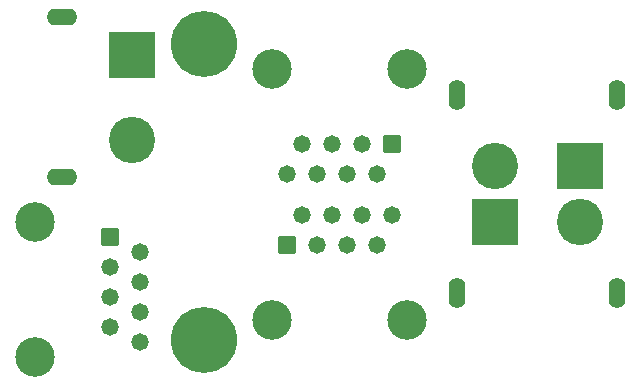
<source format=gts>
%TF.GenerationSoftware,KiCad,Pcbnew,8.0.1-8.0.1-1~ubuntu22.04.1*%
%TF.CreationDate,2024-04-16T22:31:23-04:00*%
%TF.ProjectId,rocker_splitter,726f636b-6572-45f7-9370-6c6974746572,rev?*%
%TF.SameCoordinates,Original*%
%TF.FileFunction,Soldermask,Top*%
%TF.FilePolarity,Negative*%
%FSLAX46Y46*%
G04 Gerber Fmt 4.6, Leading zero omitted, Abs format (unit mm)*
G04 Created by KiCad (PCBNEW 8.0.1-8.0.1-1~ubuntu22.04.1) date 2024-04-16 22:31:23*
%MOMM*%
%LPD*%
G01*
G04 APERTURE LIST*
G04 Aperture macros list*
%AMRoundRect*
0 Rectangle with rounded corners*
0 $1 Rounding radius*
0 $2 $3 $4 $5 $6 $7 $8 $9 X,Y pos of 4 corners*
0 Add a 4 corners polygon primitive as box body*
4,1,4,$2,$3,$4,$5,$6,$7,$8,$9,$2,$3,0*
0 Add four circle primitives for the rounded corners*
1,1,$1+$1,$2,$3*
1,1,$1+$1,$4,$5*
1,1,$1+$1,$6,$7*
1,1,$1+$1,$8,$9*
0 Add four rect primitives between the rounded corners*
20,1,$1+$1,$2,$3,$4,$5,0*
20,1,$1+$1,$4,$5,$6,$7,0*
20,1,$1+$1,$6,$7,$8,$9,0*
20,1,$1+$1,$8,$9,$2,$3,0*%
G04 Aperture macros list end*
%ADD10O,2.604000X1.404000*%
%ADD11RoundRect,0.102000X1.858000X-1.858000X1.858000X1.858000X-1.858000X1.858000X-1.858000X-1.858000X0*%
%ADD12C,3.920000*%
%ADD13RoundRect,0.102000X-1.858000X-1.858000X1.858000X-1.858000X1.858000X1.858000X-1.858000X1.858000X0*%
%ADD14O,1.404000X2.604000*%
%ADD15RoundRect,0.102000X1.858000X1.858000X-1.858000X1.858000X-1.858000X-1.858000X1.858000X-1.858000X0*%
%ADD16C,3.600000*%
%ADD17C,5.600000*%
%ADD18C,3.350000*%
%ADD19RoundRect,0.102000X-0.634000X0.634000X-0.634000X-0.634000X0.634000X-0.634000X0.634000X0.634000X0*%
%ADD20C,1.472000*%
%ADD21RoundRect,0.102000X0.634000X0.634000X-0.634000X0.634000X-0.634000X-0.634000X0.634000X-0.634000X0*%
%ADD22RoundRect,0.102000X-0.634000X-0.634000X0.634000X-0.634000X0.634000X0.634000X-0.634000X0.634000X0*%
G04 APERTURE END LIST*
D10*
%TO.C,P_IN_1*%
X43342500Y-30795000D03*
X43342500Y-44295000D03*
D11*
X49342500Y-33945000D03*
D12*
X49342500Y-41145000D03*
%TD*%
%TO.C,P_OUT_1*%
X79995000Y-43395000D03*
D13*
X87195000Y-43395000D03*
D14*
X76845000Y-37395000D03*
X90345000Y-37395000D03*
%TD*%
D12*
%TO.C,P_OUT_2*%
X87195000Y-48145000D03*
D15*
X79995000Y-48145000D03*
D14*
X90345000Y-54145000D03*
X76845000Y-54145000D03*
%TD*%
D16*
%TO.C,H2*%
X55395000Y-58095000D03*
D17*
X55395000Y-58095000D03*
%TD*%
D16*
%TO.C,H1*%
X55395000Y-33095000D03*
D17*
X55395000Y-33095000D03*
%TD*%
D18*
%TO.C,D_IN_1*%
X41092500Y-48124000D03*
X41092500Y-59556000D03*
D19*
X47442500Y-49395000D03*
D20*
X49982500Y-50665000D03*
X47442500Y-51935000D03*
X49982500Y-53205000D03*
X47442500Y-54475000D03*
X49982500Y-55745000D03*
X47442500Y-57015000D03*
X49982500Y-58285000D03*
%TD*%
D18*
%TO.C,D_OUT_1*%
X72613500Y-35195000D03*
X61181500Y-35195000D03*
D21*
X71342500Y-41545000D03*
D20*
X70072500Y-44085000D03*
X68802500Y-41545000D03*
X67532500Y-44085000D03*
X66262500Y-41545000D03*
X64992500Y-44085000D03*
X63722500Y-41545000D03*
X62452500Y-44085000D03*
%TD*%
D18*
%TO.C,D_OUT_2*%
X61136500Y-56385000D03*
X72568500Y-56385000D03*
D22*
X62407500Y-50035000D03*
D20*
X63677500Y-47495000D03*
X64947500Y-50035000D03*
X66217500Y-47495000D03*
X67487500Y-50035000D03*
X68757500Y-47495000D03*
X70027500Y-50035000D03*
X71297500Y-47495000D03*
%TD*%
M02*

</source>
